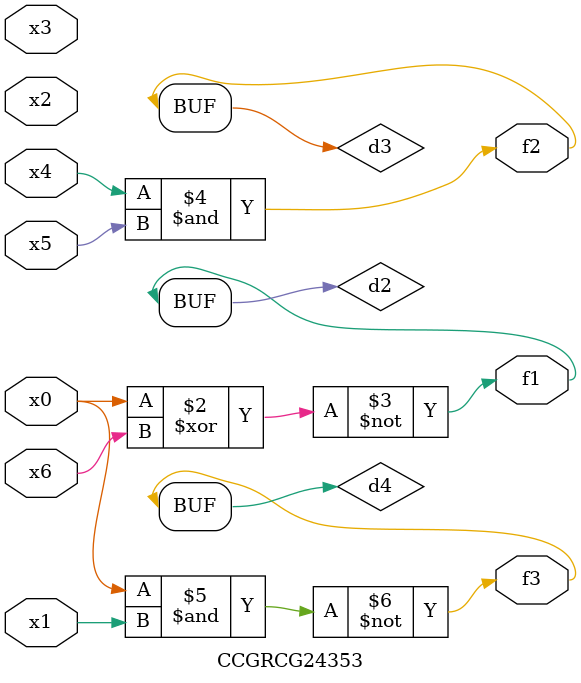
<source format=v>
module CCGRCG24353(
	input x0, x1, x2, x3, x4, x5, x6,
	output f1, f2, f3
);

	wire d1, d2, d3, d4;

	nor (d1, x0);
	xnor (d2, x0, x6);
	and (d3, x4, x5);
	nand (d4, x0, x1);
	assign f1 = d2;
	assign f2 = d3;
	assign f3 = d4;
endmodule

</source>
